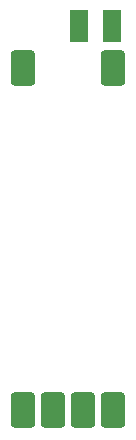
<source format=gbp>
G04 Layer_Color=128*
%FSLAX25Y25*%
%MOIN*%
G70*
G01*
G75*
%ADD13R,0.06299X0.10630*%
G04:AMPARAMS|DCode=24|XSize=118.11mil|YSize=78.74mil|CornerRadius=9.84mil|HoleSize=0mil|Usage=FLASHONLY|Rotation=90.000|XOffset=0mil|YOffset=0mil|HoleType=Round|Shape=RoundedRectangle|*
%AMROUNDEDRECTD24*
21,1,0.11811,0.05906,0,0,90.0*
21,1,0.09843,0.07874,0,0,90.0*
1,1,0.01969,0.02953,0.04921*
1,1,0.01969,0.02953,-0.04921*
1,1,0.01969,-0.02953,-0.04921*
1,1,0.01969,-0.02953,0.04921*
%
%ADD24ROUNDEDRECTD24*%
D13*
X37992Y177165D02*
D03*
X26969D02*
D03*
D24*
X38480Y49411D02*
D03*
X28480D02*
D03*
X18480D02*
D03*
X8480D02*
D03*
Y163348D02*
D03*
X38480D02*
D03*
M02*

</source>
